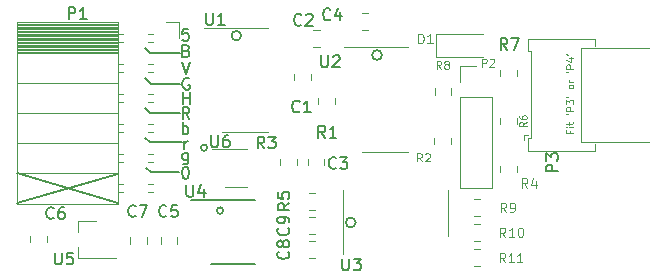
<source format=gto>
G04 #@! TF.GenerationSoftware,KiCad,Pcbnew,(5.1.4)-1*
G04 #@! TF.CreationDate,2020-02-28T22:33:25+00:00*
G04 #@! TF.ProjectId,analog,616e616c-6f67-42e6-9b69-6361645f7063,rev?*
G04 #@! TF.SameCoordinates,Original*
G04 #@! TF.FileFunction,Legend,Top*
G04 #@! TF.FilePolarity,Positive*
%FSLAX46Y46*%
G04 Gerber Fmt 4.6, Leading zero omitted, Abs format (unit mm)*
G04 Created by KiCad (PCBNEW (5.1.4)-1) date 2020-02-28 22:33:25*
%MOMM*%
%LPD*%
G04 APERTURE LIST*
%ADD10C,0.100000*%
%ADD11C,0.150000*%
%ADD12C,0.120000*%
G04 APERTURE END LIST*
D10*
X74559142Y-42215245D02*
X74559142Y-42415245D01*
X74873428Y-42415245D02*
X74273428Y-42415245D01*
X74273428Y-42129531D01*
X74873428Y-41900960D02*
X74473428Y-41900960D01*
X74273428Y-41900960D02*
X74302000Y-41929531D01*
X74330571Y-41900960D01*
X74302000Y-41872388D01*
X74273428Y-41900960D01*
X74330571Y-41900960D01*
X74473428Y-41700960D02*
X74473428Y-41472388D01*
X74273428Y-41615245D02*
X74787714Y-41615245D01*
X74844857Y-41586674D01*
X74873428Y-41529531D01*
X74873428Y-41472388D01*
X74273428Y-40786674D02*
X74387714Y-40843817D01*
X74873428Y-40529531D02*
X74273428Y-40529531D01*
X74273428Y-40300960D01*
X74302000Y-40243817D01*
X74330571Y-40215245D01*
X74387714Y-40186674D01*
X74473428Y-40186674D01*
X74530571Y-40215245D01*
X74559142Y-40243817D01*
X74587714Y-40300960D01*
X74587714Y-40529531D01*
X74273428Y-39986674D02*
X74273428Y-39615245D01*
X74502000Y-39815245D01*
X74502000Y-39729531D01*
X74530571Y-39672388D01*
X74559142Y-39643817D01*
X74616285Y-39615245D01*
X74759142Y-39615245D01*
X74816285Y-39643817D01*
X74844857Y-39672388D01*
X74873428Y-39729531D01*
X74873428Y-39900960D01*
X74844857Y-39958102D01*
X74816285Y-39986674D01*
X74273428Y-39329531D02*
X74387714Y-39386674D01*
X74873428Y-38529531D02*
X74844857Y-38586674D01*
X74816285Y-38615245D01*
X74759142Y-38643817D01*
X74587714Y-38643817D01*
X74530571Y-38615245D01*
X74502000Y-38586674D01*
X74473428Y-38529531D01*
X74473428Y-38443817D01*
X74502000Y-38386674D01*
X74530571Y-38358102D01*
X74587714Y-38329531D01*
X74759142Y-38329531D01*
X74816285Y-38358102D01*
X74844857Y-38386674D01*
X74873428Y-38443817D01*
X74873428Y-38529531D01*
X74873428Y-38072388D02*
X74473428Y-38072388D01*
X74587714Y-38072388D02*
X74530571Y-38043817D01*
X74502000Y-38015245D01*
X74473428Y-37958102D01*
X74473428Y-37900960D01*
X74273428Y-37215245D02*
X74387714Y-37272388D01*
X74873428Y-36958102D02*
X74273428Y-36958102D01*
X74273428Y-36729531D01*
X74302000Y-36672388D01*
X74330571Y-36643817D01*
X74387714Y-36615245D01*
X74473428Y-36615245D01*
X74530571Y-36643817D01*
X74559142Y-36672388D01*
X74587714Y-36729531D01*
X74587714Y-36958102D01*
X74473428Y-36100960D02*
X74873428Y-36100960D01*
X74244857Y-36243817D02*
X74673428Y-36386674D01*
X74673428Y-36015245D01*
X74273428Y-35758102D02*
X74387714Y-35815245D01*
D11*
X27780800Y-48320960D02*
X36315200Y-45882560D01*
X27780800Y-45831760D02*
X36315200Y-48371760D01*
X43863028Y-43659007D02*
G75*
G03X43863028Y-43659007I-263108J0D01*
G01*
X39083800Y-45755560D02*
X41496800Y-45755560D01*
X38702800Y-45349160D02*
X39083800Y-45755560D01*
X56431808Y-49999900D02*
G75*
G03X56431808Y-49999900I-418908J0D01*
G01*
X39541000Y-43215560D02*
X41700000Y-43215560D01*
X39617200Y-38237160D02*
X41598400Y-38237160D01*
X39566400Y-40726360D02*
X41547600Y-40726360D01*
X39058400Y-35620960D02*
X41573000Y-35620960D01*
X38626600Y-35189160D02*
X39058400Y-35620960D01*
X39033000Y-43215560D02*
X38626600Y-42809160D01*
X39541000Y-43215560D02*
X39033000Y-43215560D01*
X39058400Y-40726360D02*
X38601200Y-40269160D01*
X39566400Y-40726360D02*
X39058400Y-40726360D01*
X39134600Y-38237160D02*
X38626600Y-37729160D01*
X39617200Y-38237160D02*
X39134600Y-38237160D01*
X45224766Y-48981360D02*
G75*
G03X45224766Y-48981360I-273566J0D01*
G01*
X41933371Y-43794940D02*
X41933371Y-43128274D01*
X41933371Y-43318750D02*
X41980990Y-43223512D01*
X42028609Y-43175893D01*
X42123847Y-43128274D01*
X42219085Y-43128274D01*
X42365123Y-41229540D02*
X42031790Y-40753350D01*
X41793695Y-41229540D02*
X41793695Y-40229540D01*
X42174647Y-40229540D01*
X42269885Y-40277160D01*
X42317504Y-40324779D01*
X42365123Y-40420017D01*
X42365123Y-40562874D01*
X42317504Y-40658112D01*
X42269885Y-40705731D01*
X42174647Y-40753350D01*
X41793695Y-40753350D01*
X42342904Y-37787960D02*
X42247666Y-37740340D01*
X42104809Y-37740340D01*
X41961952Y-37787960D01*
X41866714Y-37883198D01*
X41819095Y-37978436D01*
X41771476Y-38168912D01*
X41771476Y-38311769D01*
X41819095Y-38502245D01*
X41866714Y-38597483D01*
X41961952Y-38692721D01*
X42104809Y-38740340D01*
X42200047Y-38740340D01*
X42342904Y-38692721D01*
X42390523Y-38645102D01*
X42390523Y-38311769D01*
X42200047Y-38311769D01*
X58661928Y-35819080D02*
G75*
G03X58661928Y-35819080I-418908J0D01*
G01*
X46729200Y-34173160D02*
G75*
G03X46729200Y-34173160I-401609J0D01*
G01*
X41969880Y-45284140D02*
X42065119Y-45284140D01*
X42160357Y-45331760D01*
X42207976Y-45379379D01*
X42255595Y-45474617D01*
X42303214Y-45665093D01*
X42303214Y-45903188D01*
X42255595Y-46093664D01*
X42207976Y-46188902D01*
X42160357Y-46236521D01*
X42065119Y-46284140D01*
X41969880Y-46284140D01*
X41874642Y-46236521D01*
X41827023Y-46188902D01*
X41779404Y-46093664D01*
X41731785Y-45903188D01*
X41731785Y-45665093D01*
X41779404Y-45474617D01*
X41827023Y-45379379D01*
X41874642Y-45331760D01*
X41969880Y-45284140D01*
X42101628Y-35447931D02*
X42244485Y-35495550D01*
X42292104Y-35543169D01*
X42339723Y-35638407D01*
X42339723Y-35781264D01*
X42292104Y-35876502D01*
X42244485Y-35924121D01*
X42149247Y-35971740D01*
X41768295Y-35971740D01*
X41768295Y-34971740D01*
X42101628Y-34971740D01*
X42196866Y-35019360D01*
X42244485Y-35066979D01*
X42292104Y-35162217D01*
X42292104Y-35257455D01*
X42244485Y-35352693D01*
X42196866Y-35400312D01*
X42101628Y-35447931D01*
X41768295Y-35447931D01*
X42244485Y-44068074D02*
X42244485Y-44877598D01*
X42196866Y-44972836D01*
X42149247Y-45020455D01*
X42054009Y-45068074D01*
X41911152Y-45068074D01*
X41815914Y-45020455D01*
X42244485Y-44687121D02*
X42149247Y-44734740D01*
X41958771Y-44734740D01*
X41863533Y-44687121D01*
X41815914Y-44639502D01*
X41768295Y-44544264D01*
X41768295Y-44258550D01*
X41815914Y-44163312D01*
X41863533Y-44115693D01*
X41958771Y-44068074D01*
X42149247Y-44068074D01*
X42244485Y-44115693D01*
X41790514Y-42524940D02*
X41790514Y-41524940D01*
X41790514Y-41905893D02*
X41885752Y-41858274D01*
X42076228Y-41858274D01*
X42171466Y-41905893D01*
X42219085Y-41953512D01*
X42266704Y-42048750D01*
X42266704Y-42334464D01*
X42219085Y-42429702D01*
X42171466Y-42477321D01*
X42076228Y-42524940D01*
X41885752Y-42524940D01*
X41790514Y-42477321D01*
X41795285Y-39984940D02*
X41795285Y-38984940D01*
X41795285Y-39461131D02*
X42366714Y-39461131D01*
X42366714Y-39984940D02*
X42366714Y-38984940D01*
X41722266Y-36444940D02*
X42055600Y-37444940D01*
X42388933Y-36444940D01*
X42268295Y-33600140D02*
X41792104Y-33600140D01*
X41744485Y-34076331D01*
X41792104Y-34028712D01*
X41887342Y-33981093D01*
X42125438Y-33981093D01*
X42220676Y-34028712D01*
X42268295Y-34076331D01*
X42315914Y-34171569D01*
X42315914Y-34409664D01*
X42268295Y-34504902D01*
X42220676Y-34552521D01*
X42125438Y-34600140D01*
X41887342Y-34600140D01*
X41792104Y-34552521D01*
X41744485Y-34504902D01*
D12*
X47034000Y-42367360D02*
X48984000Y-42367360D01*
X47034000Y-42367360D02*
X45084000Y-42367360D01*
X47034000Y-33497360D02*
X48984000Y-33497360D01*
X47034000Y-33497360D02*
X43584000Y-33497360D01*
X53789200Y-45127812D02*
X53789200Y-44605308D01*
X52369200Y-45127812D02*
X52369200Y-44605308D01*
X65287400Y-36780160D02*
X66617400Y-36780160D01*
X65287400Y-38110160D02*
X65287400Y-36780160D01*
X65287400Y-39380160D02*
X67947400Y-39380160D01*
X67947400Y-39380160D02*
X67947400Y-47060160D01*
X65287400Y-39380160D02*
X65287400Y-47060160D01*
X65287400Y-47060160D02*
X67947400Y-47060160D01*
X64245200Y-49209960D02*
X64245200Y-47259960D01*
X64245200Y-49209960D02*
X64245200Y-51159960D01*
X55375200Y-49209960D02*
X55375200Y-47259960D01*
X55375200Y-49209960D02*
X55375200Y-52659960D01*
D11*
X44163700Y-53485160D02*
X47872300Y-53485160D01*
X42493000Y-48085160D02*
X47876600Y-48085160D01*
D12*
X68676000Y-45189508D02*
X68676000Y-45712012D01*
X70096000Y-45189508D02*
X70096000Y-45712012D01*
X68676000Y-41673412D02*
X68676000Y-41150908D01*
X70096000Y-41673412D02*
X70096000Y-41150908D01*
X68663300Y-37061508D02*
X68663300Y-37584012D01*
X70083300Y-37061508D02*
X70083300Y-37584012D01*
X63113400Y-39162512D02*
X63113400Y-38640008D01*
X64533400Y-39162512D02*
X64533400Y-38640008D01*
X57490812Y-32274440D02*
X56968308Y-32274440D01*
X57490812Y-33694440D02*
X56968308Y-33694440D01*
X38752400Y-51260108D02*
X38752400Y-51782612D01*
X37332400Y-51260108D02*
X37332400Y-51782612D01*
X28848800Y-51158508D02*
X28848800Y-51681012D01*
X30268800Y-51158508D02*
X30268800Y-51681012D01*
X32964400Y-49839760D02*
X32964400Y-50769760D01*
X32964400Y-52999760D02*
X32964400Y-52069760D01*
X32964400Y-52999760D02*
X36124400Y-52999760D01*
X32964400Y-49839760D02*
X34424400Y-49839760D01*
X52487748Y-52967960D02*
X53010252Y-52967960D01*
X52487748Y-51547960D02*
X53010252Y-51547960D01*
X52633500Y-37379008D02*
X52633500Y-37901512D01*
X51213500Y-37379008D02*
X51213500Y-37901512D01*
X41343200Y-51260108D02*
X41343200Y-51782612D01*
X39923200Y-51260108D02*
X39923200Y-51782612D01*
X63100700Y-43362512D02*
X63100700Y-42840008D01*
X64520700Y-43362512D02*
X64520700Y-42840008D01*
X52856048Y-33704460D02*
X53378552Y-33704460D01*
X52856048Y-35124460D02*
X53378552Y-35124460D01*
X54678200Y-39436408D02*
X54678200Y-39958912D01*
X53258200Y-39436408D02*
X53258200Y-39958912D01*
X58908500Y-44018360D02*
X60858500Y-44018360D01*
X58908500Y-44018360D02*
X56958500Y-44018360D01*
X58908500Y-35148360D02*
X60858500Y-35148360D01*
X58908500Y-35148360D02*
X55458500Y-35148360D01*
X52487748Y-50935960D02*
X53010252Y-50935960D01*
X52487748Y-49515960D02*
X53010252Y-49515960D01*
X53010252Y-48903960D02*
X52487748Y-48903960D01*
X53010252Y-47483960D02*
X52487748Y-47483960D01*
X51452400Y-45137972D02*
X51452400Y-44615468D01*
X50032400Y-45137972D02*
X50032400Y-44615468D01*
X45397400Y-46992180D02*
X47197400Y-46992180D01*
X47197400Y-43772180D02*
X44247400Y-43772180D01*
X66939612Y-49434820D02*
X66417108Y-49434820D01*
X66939612Y-48014820D02*
X66417108Y-48014820D01*
X66949772Y-50100160D02*
X66427268Y-50100160D01*
X66949772Y-51520160D02*
X66427268Y-51520160D01*
X66949772Y-53669000D02*
X66427268Y-53669000D01*
X66949772Y-52249000D02*
X66427268Y-52249000D01*
X27723800Y-33166360D02*
X36353800Y-33166360D01*
X27723800Y-33284455D02*
X36353800Y-33284455D01*
X27723800Y-33402550D02*
X36353800Y-33402550D01*
X27723800Y-33520645D02*
X36353800Y-33520645D01*
X27723800Y-33638740D02*
X36353800Y-33638740D01*
X27723800Y-33756835D02*
X36353800Y-33756835D01*
X27723800Y-33874930D02*
X36353800Y-33874930D01*
X27723800Y-33993025D02*
X36353800Y-33993025D01*
X27723800Y-34111120D02*
X36353800Y-34111120D01*
X27723800Y-34229215D02*
X36353800Y-34229215D01*
X27723800Y-34347310D02*
X36353800Y-34347310D01*
X27723800Y-34465405D02*
X36353800Y-34465405D01*
X27723800Y-34583500D02*
X36353800Y-34583500D01*
X27723800Y-34701595D02*
X36353800Y-34701595D01*
X27723800Y-34819690D02*
X36353800Y-34819690D01*
X27723800Y-34937785D02*
X36353800Y-34937785D01*
X27723800Y-35055880D02*
X36353800Y-35055880D01*
X27723800Y-35173975D02*
X36353800Y-35173975D01*
X27723800Y-35292070D02*
X36353800Y-35292070D01*
X27723800Y-35410165D02*
X36353800Y-35410165D01*
X27723800Y-35528260D02*
X36353800Y-35528260D01*
X36353800Y-34016360D02*
X36763800Y-34016360D01*
X38863800Y-34016360D02*
X39243800Y-34016360D01*
X36353800Y-34736360D02*
X36763800Y-34736360D01*
X38863800Y-34736360D02*
X39243800Y-34736360D01*
X36353800Y-36556360D02*
X36763800Y-36556360D01*
X38863800Y-36556360D02*
X39303800Y-36556360D01*
X36353800Y-37276360D02*
X36763800Y-37276360D01*
X38863800Y-37276360D02*
X39303800Y-37276360D01*
X36353800Y-39096360D02*
X36763800Y-39096360D01*
X38863800Y-39096360D02*
X39303800Y-39096360D01*
X36353800Y-39816360D02*
X36763800Y-39816360D01*
X38863800Y-39816360D02*
X39303800Y-39816360D01*
X36353800Y-41636360D02*
X36763800Y-41636360D01*
X38863800Y-41636360D02*
X39303800Y-41636360D01*
X36353800Y-42356360D02*
X36763800Y-42356360D01*
X38863800Y-42356360D02*
X39303800Y-42356360D01*
X36353800Y-44176360D02*
X36763800Y-44176360D01*
X38863800Y-44176360D02*
X39303800Y-44176360D01*
X36353800Y-44896360D02*
X36763800Y-44896360D01*
X38863800Y-44896360D02*
X39303800Y-44896360D01*
X36353800Y-46716360D02*
X36763800Y-46716360D01*
X38863800Y-46716360D02*
X39303800Y-46716360D01*
X36353800Y-47436360D02*
X36763800Y-47436360D01*
X38863800Y-47436360D02*
X39303800Y-47436360D01*
X27723800Y-35646360D02*
X36353800Y-35646360D01*
X27723800Y-38186360D02*
X36353800Y-38186360D01*
X27723800Y-40726360D02*
X36353800Y-40726360D01*
X27723800Y-43266360D02*
X36353800Y-43266360D01*
X27723800Y-45806360D02*
X36353800Y-45806360D01*
X27723800Y-33046360D02*
X36353800Y-33046360D01*
X36353800Y-33046360D02*
X36353800Y-48406360D01*
X27723800Y-48406360D02*
X36353800Y-48406360D01*
X27723800Y-33046360D02*
X27723800Y-48406360D01*
X41463800Y-33046360D02*
X41463800Y-34376360D01*
X40353800Y-33046360D02*
X41463800Y-33046360D01*
X63275200Y-34011360D02*
X63275200Y-36011360D01*
X63275200Y-36011360D02*
X67175200Y-36011360D01*
X63275200Y-34011360D02*
X67175200Y-34011360D01*
X71004600Y-42550960D02*
X70704600Y-42550960D01*
X70704600Y-42550960D02*
X70704600Y-43050960D01*
X71294600Y-39175960D02*
X71294600Y-42840960D01*
X71294600Y-42840960D02*
X70994600Y-42840960D01*
X70994600Y-42840960D02*
X70994600Y-43910960D01*
X70994600Y-43910960D02*
X76714600Y-43910960D01*
X71294600Y-39175960D02*
X71294600Y-35510960D01*
X71294600Y-35510960D02*
X70994600Y-35510960D01*
X70994600Y-35510960D02*
X70994600Y-34440960D01*
X70994600Y-34440960D02*
X76714600Y-34440960D01*
X76714600Y-34440960D02*
X76714600Y-35040960D01*
X76714600Y-43910960D02*
X76713900Y-43347440D01*
X79502000Y-35200960D02*
X75502000Y-35200960D01*
X75502000Y-35200960D02*
X75502000Y-43200960D01*
X75502000Y-43200960D02*
X79502000Y-43200960D01*
X79502000Y-35200960D02*
X81262000Y-35200960D01*
X79502000Y-43200960D02*
X81262000Y-43200960D01*
D11*
X43782895Y-32253940D02*
X43782895Y-33063464D01*
X43830514Y-33158702D01*
X43878133Y-33206321D01*
X43973371Y-33253940D01*
X44163847Y-33253940D01*
X44259085Y-33206321D01*
X44306704Y-33158702D01*
X44354323Y-33063464D01*
X44354323Y-32253940D01*
X45354323Y-33253940D02*
X44782895Y-33253940D01*
X45068609Y-33253940D02*
X45068609Y-32253940D01*
X44973371Y-32396798D01*
X44878133Y-32492036D01*
X44782895Y-32539655D01*
X54776893Y-45353242D02*
X54729274Y-45400861D01*
X54586417Y-45448480D01*
X54491179Y-45448480D01*
X54348321Y-45400861D01*
X54253083Y-45305623D01*
X54205464Y-45210385D01*
X54157845Y-45019909D01*
X54157845Y-44877052D01*
X54205464Y-44686576D01*
X54253083Y-44591338D01*
X54348321Y-44496100D01*
X54491179Y-44448480D01*
X54586417Y-44448480D01*
X54729274Y-44496100D01*
X54776893Y-44543719D01*
X55110226Y-44448480D02*
X55729274Y-44448480D01*
X55395940Y-44829433D01*
X55538798Y-44829433D01*
X55634036Y-44877052D01*
X55681655Y-44924671D01*
X55729274Y-45019909D01*
X55729274Y-45258004D01*
X55681655Y-45353242D01*
X55634036Y-45400861D01*
X55538798Y-45448480D01*
X55253083Y-45448480D01*
X55157845Y-45400861D01*
X55110226Y-45353242D01*
D12*
X67116733Y-36826626D02*
X67116733Y-36126626D01*
X67383400Y-36126626D01*
X67450066Y-36159960D01*
X67483400Y-36193293D01*
X67516733Y-36259960D01*
X67516733Y-36359960D01*
X67483400Y-36426626D01*
X67450066Y-36459960D01*
X67383400Y-36493293D01*
X67116733Y-36493293D01*
X67783400Y-36193293D02*
X67816733Y-36159960D01*
X67883400Y-36126626D01*
X68050066Y-36126626D01*
X68116733Y-36159960D01*
X68150066Y-36193293D01*
X68183400Y-36259960D01*
X68183400Y-36326626D01*
X68150066Y-36426626D01*
X67750066Y-36826626D01*
X68183400Y-36826626D01*
D11*
X55301795Y-53056540D02*
X55301795Y-53866064D01*
X55349414Y-53961302D01*
X55397033Y-54008921D01*
X55492271Y-54056540D01*
X55682747Y-54056540D01*
X55777985Y-54008921D01*
X55825604Y-53961302D01*
X55873223Y-53866064D01*
X55873223Y-53056540D01*
X56254176Y-53056540D02*
X56873223Y-53056540D01*
X56539890Y-53437493D01*
X56682747Y-53437493D01*
X56777985Y-53485112D01*
X56825604Y-53532731D01*
X56873223Y-53627969D01*
X56873223Y-53866064D01*
X56825604Y-53961302D01*
X56777985Y-54008921D01*
X56682747Y-54056540D01*
X56397033Y-54056540D01*
X56301795Y-54008921D01*
X56254176Y-53961302D01*
X42106495Y-46808140D02*
X42106495Y-47617664D01*
X42154114Y-47712902D01*
X42201733Y-47760521D01*
X42296971Y-47808140D01*
X42487447Y-47808140D01*
X42582685Y-47760521D01*
X42630304Y-47712902D01*
X42677923Y-47617664D01*
X42677923Y-46808140D01*
X43582685Y-47141474D02*
X43582685Y-47808140D01*
X43344590Y-46760521D02*
X43106495Y-47474807D01*
X43725542Y-47474807D01*
D10*
X70979866Y-47044564D02*
X70713200Y-46663612D01*
X70522723Y-47044564D02*
X70522723Y-46244564D01*
X70827485Y-46244564D01*
X70903676Y-46282660D01*
X70941771Y-46320755D01*
X70979866Y-46396945D01*
X70979866Y-46511231D01*
X70941771Y-46587421D01*
X70903676Y-46625517D01*
X70827485Y-46663612D01*
X70522723Y-46663612D01*
X71665580Y-46511231D02*
X71665580Y-47044564D01*
X71475104Y-46206469D02*
X71284628Y-46777898D01*
X71779866Y-46777898D01*
X70902028Y-41486760D02*
X70616314Y-41686760D01*
X70902028Y-41829617D02*
X70302028Y-41829617D01*
X70302028Y-41601045D01*
X70330600Y-41543902D01*
X70359171Y-41515331D01*
X70416314Y-41486760D01*
X70502028Y-41486760D01*
X70559171Y-41515331D01*
X70587742Y-41543902D01*
X70616314Y-41601045D01*
X70616314Y-41829617D01*
X70302028Y-40972474D02*
X70302028Y-41086760D01*
X70330600Y-41143902D01*
X70359171Y-41172474D01*
X70444885Y-41229617D01*
X70559171Y-41258188D01*
X70787742Y-41258188D01*
X70844885Y-41229617D01*
X70873457Y-41201045D01*
X70902028Y-41143902D01*
X70902028Y-41029617D01*
X70873457Y-40972474D01*
X70844885Y-40943902D01*
X70787742Y-40915331D01*
X70644885Y-40915331D01*
X70587742Y-40943902D01*
X70559171Y-40972474D01*
X70530600Y-41029617D01*
X70530600Y-41143902D01*
X70559171Y-41201045D01*
X70587742Y-41229617D01*
X70644885Y-41258188D01*
D11*
X69270133Y-35374840D02*
X68936800Y-34898650D01*
X68698704Y-35374840D02*
X68698704Y-34374840D01*
X69079657Y-34374840D01*
X69174895Y-34422460D01*
X69222514Y-34470079D01*
X69270133Y-34565317D01*
X69270133Y-34708174D01*
X69222514Y-34803412D01*
X69174895Y-34851031D01*
X69079657Y-34898650D01*
X68698704Y-34898650D01*
X69603466Y-34374840D02*
X70270133Y-34374840D01*
X69841561Y-35374840D01*
D12*
X63681333Y-37004426D02*
X63448000Y-36671093D01*
X63281333Y-37004426D02*
X63281333Y-36304426D01*
X63548000Y-36304426D01*
X63614666Y-36337760D01*
X63648000Y-36371093D01*
X63681333Y-36437760D01*
X63681333Y-36537760D01*
X63648000Y-36604426D01*
X63614666Y-36637760D01*
X63548000Y-36671093D01*
X63281333Y-36671093D01*
X64081333Y-36604426D02*
X64014666Y-36571093D01*
X63981333Y-36537760D01*
X63948000Y-36471093D01*
X63948000Y-36437760D01*
X63981333Y-36371093D01*
X64014666Y-36337760D01*
X64081333Y-36304426D01*
X64214666Y-36304426D01*
X64281333Y-36337760D01*
X64314666Y-36371093D01*
X64348000Y-36437760D01*
X64348000Y-36471093D01*
X64314666Y-36537760D01*
X64281333Y-36571093D01*
X64214666Y-36604426D01*
X64081333Y-36604426D01*
X64014666Y-36637760D01*
X63981333Y-36671093D01*
X63948000Y-36737760D01*
X63948000Y-36871093D01*
X63981333Y-36937760D01*
X64014666Y-36971093D01*
X64081333Y-37004426D01*
X64214666Y-37004426D01*
X64281333Y-36971093D01*
X64314666Y-36937760D01*
X64348000Y-36871093D01*
X64348000Y-36737760D01*
X64314666Y-36671093D01*
X64281333Y-36637760D01*
X64214666Y-36604426D01*
D11*
X54284133Y-32777702D02*
X54236514Y-32825321D01*
X54093657Y-32872940D01*
X53998419Y-32872940D01*
X53855561Y-32825321D01*
X53760323Y-32730083D01*
X53712704Y-32634845D01*
X53665085Y-32444369D01*
X53665085Y-32301512D01*
X53712704Y-32111036D01*
X53760323Y-32015798D01*
X53855561Y-31920560D01*
X53998419Y-31872940D01*
X54093657Y-31872940D01*
X54236514Y-31920560D01*
X54284133Y-31968179D01*
X55141276Y-32206274D02*
X55141276Y-32872940D01*
X54903180Y-31825321D02*
X54665085Y-32539607D01*
X55284133Y-32539607D01*
X37799533Y-49427402D02*
X37751914Y-49475021D01*
X37609057Y-49522640D01*
X37513819Y-49522640D01*
X37370961Y-49475021D01*
X37275723Y-49379783D01*
X37228104Y-49284545D01*
X37180485Y-49094069D01*
X37180485Y-48951212D01*
X37228104Y-48760736D01*
X37275723Y-48665498D01*
X37370961Y-48570260D01*
X37513819Y-48522640D01*
X37609057Y-48522640D01*
X37751914Y-48570260D01*
X37799533Y-48617879D01*
X38132866Y-48522640D02*
X38799533Y-48522640D01*
X38370961Y-49522640D01*
X30865333Y-49605202D02*
X30817714Y-49652821D01*
X30674857Y-49700440D01*
X30579619Y-49700440D01*
X30436761Y-49652821D01*
X30341523Y-49557583D01*
X30293904Y-49462345D01*
X30246285Y-49271869D01*
X30246285Y-49129012D01*
X30293904Y-48938536D01*
X30341523Y-48843298D01*
X30436761Y-48748060D01*
X30579619Y-48700440D01*
X30674857Y-48700440D01*
X30817714Y-48748060D01*
X30865333Y-48795679D01*
X31722476Y-48700440D02*
X31532000Y-48700440D01*
X31436761Y-48748060D01*
X31389142Y-48795679D01*
X31293904Y-48938536D01*
X31246285Y-49129012D01*
X31246285Y-49509964D01*
X31293904Y-49605202D01*
X31341523Y-49652821D01*
X31436761Y-49700440D01*
X31627238Y-49700440D01*
X31722476Y-49652821D01*
X31770095Y-49605202D01*
X31817714Y-49509964D01*
X31817714Y-49271869D01*
X31770095Y-49176631D01*
X31722476Y-49129012D01*
X31627238Y-49081393D01*
X31436761Y-49081393D01*
X31341523Y-49129012D01*
X31293904Y-49176631D01*
X31246285Y-49271869D01*
X30968595Y-52535840D02*
X30968595Y-53345364D01*
X31016214Y-53440602D01*
X31063833Y-53488221D01*
X31159071Y-53535840D01*
X31349547Y-53535840D01*
X31444785Y-53488221D01*
X31492404Y-53440602D01*
X31540023Y-53345364D01*
X31540023Y-52535840D01*
X32492404Y-52535840D02*
X32016214Y-52535840D01*
X31968595Y-53012031D01*
X32016214Y-52964412D01*
X32111452Y-52916793D01*
X32349547Y-52916793D01*
X32444785Y-52964412D01*
X32492404Y-53012031D01*
X32540023Y-53107269D01*
X32540023Y-53345364D01*
X32492404Y-53440602D01*
X32444785Y-53488221D01*
X32349547Y-53535840D01*
X32111452Y-53535840D01*
X32016214Y-53488221D01*
X31968595Y-53440602D01*
X50718542Y-52462726D02*
X50766161Y-52510345D01*
X50813780Y-52653202D01*
X50813780Y-52748440D01*
X50766161Y-52891298D01*
X50670923Y-52986536D01*
X50575685Y-53034155D01*
X50385209Y-53081774D01*
X50242352Y-53081774D01*
X50051876Y-53034155D01*
X49956638Y-52986536D01*
X49861400Y-52891298D01*
X49813780Y-52748440D01*
X49813780Y-52653202D01*
X49861400Y-52510345D01*
X49909019Y-52462726D01*
X50242352Y-51891298D02*
X50194733Y-51986536D01*
X50147114Y-52034155D01*
X50051876Y-52081774D01*
X50004257Y-52081774D01*
X49909019Y-52034155D01*
X49861400Y-51986536D01*
X49813780Y-51891298D01*
X49813780Y-51700821D01*
X49861400Y-51605583D01*
X49909019Y-51557964D01*
X50004257Y-51510345D01*
X50051876Y-51510345D01*
X50147114Y-51557964D01*
X50194733Y-51605583D01*
X50242352Y-51700821D01*
X50242352Y-51891298D01*
X50289971Y-51986536D01*
X50337590Y-52034155D01*
X50432828Y-52081774D01*
X50623304Y-52081774D01*
X50718542Y-52034155D01*
X50766161Y-51986536D01*
X50813780Y-51891298D01*
X50813780Y-51700821D01*
X50766161Y-51605583D01*
X50718542Y-51557964D01*
X50623304Y-51510345D01*
X50432828Y-51510345D01*
X50337590Y-51557964D01*
X50289971Y-51605583D01*
X50242352Y-51700821D01*
X51680633Y-40579202D02*
X51633014Y-40626821D01*
X51490157Y-40674440D01*
X51394919Y-40674440D01*
X51252061Y-40626821D01*
X51156823Y-40531583D01*
X51109204Y-40436345D01*
X51061585Y-40245869D01*
X51061585Y-40103012D01*
X51109204Y-39912536D01*
X51156823Y-39817298D01*
X51252061Y-39722060D01*
X51394919Y-39674440D01*
X51490157Y-39674440D01*
X51633014Y-39722060D01*
X51680633Y-39769679D01*
X52633014Y-40674440D02*
X52061585Y-40674440D01*
X52347300Y-40674440D02*
X52347300Y-39674440D01*
X52252061Y-39817298D01*
X52156823Y-39912536D01*
X52061585Y-39960155D01*
X40415733Y-49427402D02*
X40368114Y-49475021D01*
X40225257Y-49522640D01*
X40130019Y-49522640D01*
X39987161Y-49475021D01*
X39891923Y-49379783D01*
X39844304Y-49284545D01*
X39796685Y-49094069D01*
X39796685Y-48951212D01*
X39844304Y-48760736D01*
X39891923Y-48665498D01*
X39987161Y-48570260D01*
X40130019Y-48522640D01*
X40225257Y-48522640D01*
X40368114Y-48570260D01*
X40415733Y-48617879D01*
X41320495Y-48522640D02*
X40844304Y-48522640D01*
X40796685Y-48998831D01*
X40844304Y-48951212D01*
X40939542Y-48903593D01*
X41177638Y-48903593D01*
X41272876Y-48951212D01*
X41320495Y-48998831D01*
X41368114Y-49094069D01*
X41368114Y-49332164D01*
X41320495Y-49427402D01*
X41272876Y-49475021D01*
X41177638Y-49522640D01*
X40939542Y-49522640D01*
X40844304Y-49475021D01*
X40796685Y-49427402D01*
D12*
X62055733Y-44827626D02*
X61822400Y-44494293D01*
X61655733Y-44827626D02*
X61655733Y-44127626D01*
X61922400Y-44127626D01*
X61989066Y-44160960D01*
X62022400Y-44194293D01*
X62055733Y-44260960D01*
X62055733Y-44360960D01*
X62022400Y-44427626D01*
X61989066Y-44460960D01*
X61922400Y-44494293D01*
X61655733Y-44494293D01*
X62322400Y-44194293D02*
X62355733Y-44160960D01*
X62422400Y-44127626D01*
X62589066Y-44127626D01*
X62655733Y-44160960D01*
X62689066Y-44194293D01*
X62722400Y-44260960D01*
X62722400Y-44327626D01*
X62689066Y-44427626D01*
X62289066Y-44827626D01*
X62722400Y-44827626D01*
D11*
X51845733Y-33234902D02*
X51798114Y-33282521D01*
X51655257Y-33330140D01*
X51560019Y-33330140D01*
X51417161Y-33282521D01*
X51321923Y-33187283D01*
X51274304Y-33092045D01*
X51226685Y-32901569D01*
X51226685Y-32758712D01*
X51274304Y-32568236D01*
X51321923Y-32472998D01*
X51417161Y-32377760D01*
X51560019Y-32330140D01*
X51655257Y-32330140D01*
X51798114Y-32377760D01*
X51845733Y-32425379D01*
X52226685Y-32425379D02*
X52274304Y-32377760D01*
X52369542Y-32330140D01*
X52607638Y-32330140D01*
X52702876Y-32377760D01*
X52750495Y-32425379D01*
X52798114Y-32520617D01*
X52798114Y-32615855D01*
X52750495Y-32758712D01*
X52179066Y-33330140D01*
X52798114Y-33330140D01*
X53852333Y-42817040D02*
X53519000Y-42340850D01*
X53280904Y-42817040D02*
X53280904Y-41817040D01*
X53661857Y-41817040D01*
X53757095Y-41864660D01*
X53804714Y-41912279D01*
X53852333Y-42007517D01*
X53852333Y-42150374D01*
X53804714Y-42245612D01*
X53757095Y-42293231D01*
X53661857Y-42340850D01*
X53280904Y-42340850D01*
X54804714Y-42817040D02*
X54233285Y-42817040D01*
X54519000Y-42817040D02*
X54519000Y-41817040D01*
X54423761Y-41959898D01*
X54328523Y-42055136D01*
X54233285Y-42102755D01*
X53518715Y-35845500D02*
X53518715Y-36655024D01*
X53566334Y-36750262D01*
X53613953Y-36797881D01*
X53709191Y-36845500D01*
X53899667Y-36845500D01*
X53994905Y-36797881D01*
X54042524Y-36750262D01*
X54090143Y-36655024D01*
X54090143Y-35845500D01*
X54518715Y-35940739D02*
X54566334Y-35893120D01*
X54661572Y-35845500D01*
X54899667Y-35845500D01*
X54994905Y-35893120D01*
X55042524Y-35940739D01*
X55090143Y-36035977D01*
X55090143Y-36131215D01*
X55042524Y-36274072D01*
X54471096Y-36845500D01*
X55090143Y-36845500D01*
X50718542Y-50456126D02*
X50766161Y-50503745D01*
X50813780Y-50646602D01*
X50813780Y-50741840D01*
X50766161Y-50884698D01*
X50670923Y-50979936D01*
X50575685Y-51027555D01*
X50385209Y-51075174D01*
X50242352Y-51075174D01*
X50051876Y-51027555D01*
X49956638Y-50979936D01*
X49861400Y-50884698D01*
X49813780Y-50741840D01*
X49813780Y-50646602D01*
X49861400Y-50503745D01*
X49909019Y-50456126D01*
X50813780Y-49979936D02*
X50813780Y-49789460D01*
X50766161Y-49694221D01*
X50718542Y-49646602D01*
X50575685Y-49551364D01*
X50385209Y-49503745D01*
X50004257Y-49503745D01*
X49909019Y-49551364D01*
X49861400Y-49598983D01*
X49813780Y-49694221D01*
X49813780Y-49884698D01*
X49861400Y-49979936D01*
X49909019Y-50027555D01*
X50004257Y-50075174D01*
X50242352Y-50075174D01*
X50337590Y-50027555D01*
X50385209Y-49979936D01*
X50432828Y-49884698D01*
X50432828Y-49694221D01*
X50385209Y-49598983D01*
X50337590Y-49551364D01*
X50242352Y-49503745D01*
X50826480Y-48347926D02*
X50350290Y-48681260D01*
X50826480Y-48919355D02*
X49826480Y-48919355D01*
X49826480Y-48538402D01*
X49874100Y-48443164D01*
X49921719Y-48395545D01*
X50016957Y-48347926D01*
X50159814Y-48347926D01*
X50255052Y-48395545D01*
X50302671Y-48443164D01*
X50350290Y-48538402D01*
X50350290Y-48919355D01*
X49826480Y-47443164D02*
X49826480Y-47919355D01*
X50302671Y-47966974D01*
X50255052Y-47919355D01*
X50207433Y-47824117D01*
X50207433Y-47586021D01*
X50255052Y-47490783D01*
X50302671Y-47443164D01*
X50397909Y-47395545D01*
X50636004Y-47395545D01*
X50731242Y-47443164D01*
X50778861Y-47490783D01*
X50826480Y-47586021D01*
X50826480Y-47824117D01*
X50778861Y-47919355D01*
X50731242Y-47966974D01*
X48701213Y-43716200D02*
X48367880Y-43240010D01*
X48129784Y-43716200D02*
X48129784Y-42716200D01*
X48510737Y-42716200D01*
X48605975Y-42763820D01*
X48653594Y-42811439D01*
X48701213Y-42906677D01*
X48701213Y-43049534D01*
X48653594Y-43144772D01*
X48605975Y-43192391D01*
X48510737Y-43240010D01*
X48129784Y-43240010D01*
X49034546Y-42716200D02*
X49653594Y-42716200D01*
X49320260Y-43097153D01*
X49463118Y-43097153D01*
X49558356Y-43144772D01*
X49605975Y-43192391D01*
X49653594Y-43287629D01*
X49653594Y-43525724D01*
X49605975Y-43620962D01*
X49558356Y-43668581D01*
X49463118Y-43716200D01*
X49177403Y-43716200D01*
X49082165Y-43668581D01*
X49034546Y-43620962D01*
X44189295Y-42619680D02*
X44189295Y-43429204D01*
X44236914Y-43524442D01*
X44284533Y-43572061D01*
X44379771Y-43619680D01*
X44570247Y-43619680D01*
X44665485Y-43572061D01*
X44713104Y-43524442D01*
X44760723Y-43429204D01*
X44760723Y-42619680D01*
X45665485Y-42619680D02*
X45475009Y-42619680D01*
X45379771Y-42667300D01*
X45332152Y-42714919D01*
X45236914Y-42857776D01*
X45189295Y-43048252D01*
X45189295Y-43429204D01*
X45236914Y-43524442D01*
X45284533Y-43572061D01*
X45379771Y-43619680D01*
X45570247Y-43619680D01*
X45665485Y-43572061D01*
X45713104Y-43524442D01*
X45760723Y-43429204D01*
X45760723Y-43191109D01*
X45713104Y-43095871D01*
X45665485Y-43048252D01*
X45570247Y-43000633D01*
X45379771Y-43000633D01*
X45284533Y-43048252D01*
X45236914Y-43095871D01*
X45189295Y-43191109D01*
D10*
X69161226Y-49112124D02*
X68894560Y-48731172D01*
X68704083Y-49112124D02*
X68704083Y-48312124D01*
X69008845Y-48312124D01*
X69085036Y-48350220D01*
X69123131Y-48388315D01*
X69161226Y-48464505D01*
X69161226Y-48578791D01*
X69123131Y-48654981D01*
X69085036Y-48693077D01*
X69008845Y-48731172D01*
X68704083Y-48731172D01*
X69542179Y-49112124D02*
X69694560Y-49112124D01*
X69770750Y-49074029D01*
X69808845Y-49035934D01*
X69885036Y-48921648D01*
X69923131Y-48769267D01*
X69923131Y-48464505D01*
X69885036Y-48388315D01*
X69846940Y-48350220D01*
X69770750Y-48312124D01*
X69618369Y-48312124D01*
X69542179Y-48350220D01*
X69504083Y-48388315D01*
X69465988Y-48464505D01*
X69465988Y-48654981D01*
X69504083Y-48731172D01*
X69542179Y-48769267D01*
X69618369Y-48807362D01*
X69770750Y-48807362D01*
X69846940Y-48769267D01*
X69885036Y-48731172D01*
X69923131Y-48654981D01*
X69107934Y-51222864D02*
X68841267Y-50841912D01*
X68650791Y-51222864D02*
X68650791Y-50422864D01*
X68955553Y-50422864D01*
X69031743Y-50460960D01*
X69069839Y-50499055D01*
X69107934Y-50575245D01*
X69107934Y-50689531D01*
X69069839Y-50765721D01*
X69031743Y-50803817D01*
X68955553Y-50841912D01*
X68650791Y-50841912D01*
X69869839Y-51222864D02*
X69412696Y-51222864D01*
X69641267Y-51222864D02*
X69641267Y-50422864D01*
X69565077Y-50537150D01*
X69488886Y-50613340D01*
X69412696Y-50651436D01*
X70365077Y-50422864D02*
X70441267Y-50422864D01*
X70517458Y-50460960D01*
X70555553Y-50499055D01*
X70593648Y-50575245D01*
X70631743Y-50727626D01*
X70631743Y-50918102D01*
X70593648Y-51070483D01*
X70555553Y-51146674D01*
X70517458Y-51184769D01*
X70441267Y-51222864D01*
X70365077Y-51222864D01*
X70288886Y-51184769D01*
X70250791Y-51146674D01*
X70212696Y-51070483D01*
X70174600Y-50918102D01*
X70174600Y-50727626D01*
X70212696Y-50575245D01*
X70250791Y-50499055D01*
X70288886Y-50460960D01*
X70365077Y-50422864D01*
X69114677Y-53349085D02*
X68864677Y-52991942D01*
X68686105Y-53349085D02*
X68686105Y-52599085D01*
X68971820Y-52599085D01*
X69043248Y-52634800D01*
X69078962Y-52670514D01*
X69114677Y-52741942D01*
X69114677Y-52849085D01*
X69078962Y-52920514D01*
X69043248Y-52956228D01*
X68971820Y-52991942D01*
X68686105Y-52991942D01*
X69828962Y-53349085D02*
X69400391Y-53349085D01*
X69614677Y-53349085D02*
X69614677Y-52599085D01*
X69543248Y-52706228D01*
X69471820Y-52777657D01*
X69400391Y-52813371D01*
X70543248Y-53349085D02*
X70114677Y-53349085D01*
X70328962Y-53349085D02*
X70328962Y-52599085D01*
X70257534Y-52706228D01*
X70186105Y-52777657D01*
X70114677Y-52813371D01*
D11*
X32122704Y-32771340D02*
X32122704Y-31771340D01*
X32503657Y-31771340D01*
X32598895Y-31818960D01*
X32646514Y-31866579D01*
X32694133Y-31961817D01*
X32694133Y-32104674D01*
X32646514Y-32199912D01*
X32598895Y-32247531D01*
X32503657Y-32295150D01*
X32122704Y-32295150D01*
X33646514Y-32771340D02*
X33075085Y-32771340D01*
X33360800Y-32771340D02*
X33360800Y-31771340D01*
X33265561Y-31914198D01*
X33170323Y-32009436D01*
X33075085Y-32057055D01*
D12*
X61734323Y-34814464D02*
X61734323Y-34014464D01*
X61924800Y-34014464D01*
X62039085Y-34052560D01*
X62115276Y-34128750D01*
X62153371Y-34204940D01*
X62191466Y-34357321D01*
X62191466Y-34471607D01*
X62153371Y-34623988D01*
X62115276Y-34700179D01*
X62039085Y-34776369D01*
X61924800Y-34814464D01*
X61734323Y-34814464D01*
X62953371Y-34814464D02*
X62496228Y-34814464D01*
X62724800Y-34814464D02*
X62724800Y-34014464D01*
X62648609Y-34128750D01*
X62572419Y-34204940D01*
X62496228Y-34243036D01*
D11*
X73551860Y-45657995D02*
X72551860Y-45657995D01*
X72551860Y-45277042D01*
X72599480Y-45181804D01*
X72647099Y-45134185D01*
X72742337Y-45086566D01*
X72885194Y-45086566D01*
X72980432Y-45134185D01*
X73028051Y-45181804D01*
X73075670Y-45277042D01*
X73075670Y-45657995D01*
X72551860Y-44753233D02*
X72551860Y-44134185D01*
X72932813Y-44467519D01*
X72932813Y-44324661D01*
X72980432Y-44229423D01*
X73028051Y-44181804D01*
X73123289Y-44134185D01*
X73361384Y-44134185D01*
X73456622Y-44181804D01*
X73504241Y-44229423D01*
X73551860Y-44324661D01*
X73551860Y-44610376D01*
X73504241Y-44705614D01*
X73456622Y-44753233D01*
M02*

</source>
